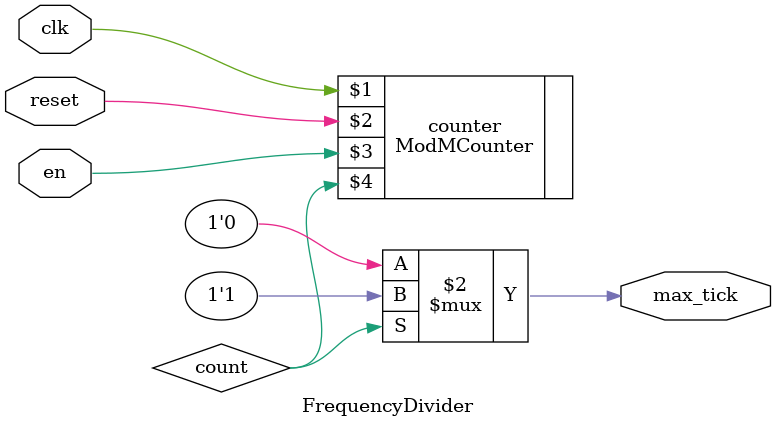
<source format=v>

`timescale 1ns / 1ps

module FrequencyDivider #( parameter M = 2, parameter N = 1 )( input clk, input reset, input en, output max_tick );

	wire [N-1:0] count;

	ModMCounter #( M, N ) counter ( clk, reset, en, count );
	
	// Output
	assign max_tick = count == M - 1 ? 1'b1 : 1'b0;

endmodule


</source>
